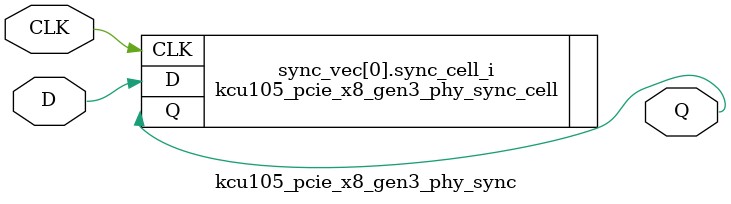
<source format=v>





`timescale 1ps / 1ps



//-------------------------------------------------------------------------------------------------
//  PHY Synchronizer Module
//-------------------------------------------------------------------------------------------------
module kcu105_pcie_x8_gen3_phy_sync #
(
    parameter integer WIDTH = 1, 
    parameter integer STAGE = 2
)
(
    //-------------------------------------------------------------------------- 
    //  Input Ports
    //-------------------------------------------------------------------------- 
    input                               CLK,
    input       [WIDTH-1:0]             D,
    
    //-------------------------------------------------------------------------- 
    //  Output Ports
    //-------------------------------------------------------------------------- 
    output      [WIDTH-1:0]             Q
);                                                        



//--------------------------------------------------------------------------------------------------
//  Generate Synchronizer - Begin
//--------------------------------------------------------------------------------------------------
genvar i;

generate for (i=0; i<WIDTH; i=i+1) 

    begin : sync_vec

    //----------------------------------------------------------------------
    //  Synchronizer
    //----------------------------------------------------------------------
kcu105_pcie_x8_gen3_phy_sync_cell #
    (
        .STAGE                            (STAGE)
    )    
    sync_cell_i
    (
        //------------------------------------------------------------------
        //  Input Ports
        //------------------------------------------------------------------
        .CLK                              (CLK),
        .D                                (D[i]),

        //------------------------------------------------------------------
        //  Output Ports
        //------------------------------------------------------------------
        .Q                                (Q[i])
    );
 
    end   
      
endgenerate 
//--------------------------------------------------------------------------------------------------
//  Generate - End
//--------------------------------------------------------------------------------------------------



endmodule





</source>
